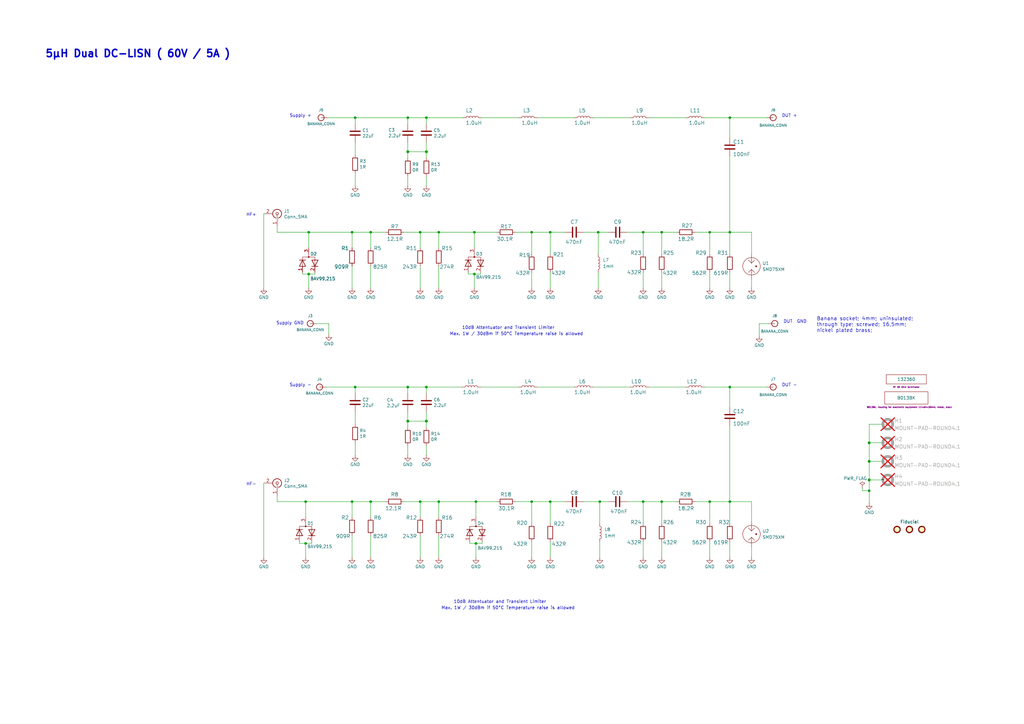
<source format=kicad_sch>
(kicad_sch (version 20231120) (generator "eeschema") (generator_version "8.0")
  (paper "A3")
  (title_block (title "Dual 5uH LISN") (date "2021-12-05") (rev "${git_tag}") (comment 1 "Credits to: Jay_Diddy_B & Noy (eevblog forum)"))
  (junction (at 174.879 62.23) (diameter 1.016))
  (junction (at 299.339 158.75))
  (junction (at 195.199 222.885))
  (junction (at 263.779 95.25))
  (junction (at 144.399 95.25))
  (junction (at 356.489 196.85) (diameter 1.016))
  (junction (at 356.489 189.23) (diameter 1.016))
  (junction (at 218.059 95.25))
  (junction (at 194.564 95.25))
  (junction (at 245.999 205.74))
  (junction (at 271.399 95.25))
  (junction (at 174.879 158.75))
  (junction (at 195.199 205.74))
  (junction (at 152.019 95.25))
  (junction (at 172.339 95.25))
  (junction (at 194.564 112.395))
  (junction (at 225.679 95.25))
  (junction (at 167.259 172.72) (diameter 1.016))
  (junction (at 167.259 62.23) (diameter 1.016))
  (junction (at 174.879 172.72) (diameter 1.016))
  (junction (at 145.669 158.75))
  (junction (at 172.339 205.74))
  (junction (at 218.059 205.74))
  (junction (at 225.679 205.74))
  (junction (at 299.339 48.26))
  (junction (at 145.669 48.26))
  (junction (at 291.084 95.25))
  (junction (at 179.959 205.74))
  (junction (at 152.019 205.74))
  (junction (at 299.339 95.25))
  (junction (at 263.779 205.74))
  (junction (at 125.349 222.885))
  (junction (at 167.259 48.26))
  (junction (at 174.879 48.26))
  (junction (at 245.364 95.25))
  (junction (at 179.959 95.25))
  (junction (at 167.259 158.75))
  (junction (at 126.619 112.395))
  (junction (at 356.489 181.61) (diameter 1.016))
  (junction (at 291.084 205.74))
  (junction (at 126.619 95.25))
  (junction (at 356.489 201.295))
  (junction (at 125.349 205.74))
  (junction (at 299.339 205.74))
  (junction (at 271.399 205.74))
  (junction (at 144.399 205.74))
  (wire (pts (xy 271.399 95.25) (xy 271.399 104.14)))
  (wire (pts (xy 194.564 95.25) (xy 203.835 95.25)))
  (wire (pts (xy 179.959 205.74) (xy 195.199 205.74)))
  (wire (pts (xy 167.259 158.75) (xy 174.879 158.75)))
  (wire (pts (xy 225.679 95.25) (xy 225.679 104.14)))
  (wire (pts (xy 174.879 168.91) (xy 174.879 172.72)))
  (wire (pts (xy 195.199 205.74) (xy 195.199 212.09)))
  (wire (pts (xy 299.339 64.135) (xy 299.339 95.25)))
  (wire (pts (xy 197.485 48.26) (xy 212.725 48.26)))
  (wire (pts (xy 172.339 109.22) (xy 172.339 118.11)))
  (wire (pts (xy 134.874 132.715) (xy 134.874 137.16)))
  (wire (pts (xy 167.259 168.91) (xy 167.259 172.72)))
  (wire (pts (xy 299.339 111.76) (xy 299.339 118.11)))
  (wire (pts (xy 266.065 158.75) (xy 281.305 158.75)))
  (wire (pts (xy 218.059 111.76) (xy 218.059 118.11)))
  (wire (pts (xy 263.779 205.74) (xy 271.399 205.74)))
  (wire (pts (xy 299.339 95.25) (xy 299.339 104.14)))
  (wire (pts (xy 197.104 112.395) (xy 194.564 112.395)))
  (wire (pts (xy 218.059 222.25) (xy 218.059 228.6)))
  (wire (pts (xy 129.159 111.76) (xy 129.159 112.395)))
  (wire (pts (xy 299.339 174.625) (xy 299.339 205.74)))
  (wire (pts (xy 174.879 158.75) (xy 189.484 158.75)))
  (wire (pts (xy 245.364 95.25) (xy 249.555 95.25)))
  (wire (pts (xy 113.665 92.71) (xy 113.665 95.25)))
  (wire (pts (xy 125.349 222.885) (xy 127.889 222.885)))
  (wire (pts (xy 353.695 201.295) (xy 356.489 201.295)))
  (wire (pts (xy 311.404 132.715) (xy 315.214 132.715)))
  (wire (pts (xy 271.399 95.25) (xy 277.495 95.25)))
  (wire (pts (xy 174.879 161.29) (xy 174.879 158.75)))
  (wire (pts (xy 127.889 222.25) (xy 127.889 222.885)))
  (wire (pts (xy 167.259 172.72) (xy 174.879 172.72)))
  (wire (pts (xy 243.205 158.75) (xy 258.445 158.75)))
  (wire (pts (xy 291.084 95.25) (xy 291.084 104.14)))
  (wire (pts (xy 145.669 161.29) (xy 145.669 158.75)))
  (wire (pts (xy 133.604 158.75) (xy 145.669 158.75)))
  (wire (pts (xy 195.199 205.74) (xy 203.835 205.74)))
  (wire (pts (xy 145.669 168.91) (xy 145.669 173.99)))
  (wire (pts (xy 225.679 222.25) (xy 225.679 228.6)))
  (wire (pts (xy 152.019 95.25) (xy 152.019 101.6)))
  (wire (pts (xy 285.115 205.74) (xy 291.084 205.74)))
  (wire (pts (xy 266.065 48.26) (xy 281.305 48.26)))
  (wire (pts (xy 165.735 95.25) (xy 172.339 95.25)))
  (wire (pts (xy 125.349 205.74) (xy 144.399 205.74)))
  (wire (pts (xy 145.669 158.75) (xy 167.259 158.75)))
  (wire (pts (xy 285.115 95.25) (xy 291.084 95.25)))
  (wire (pts (xy 291.084 222.25) (xy 291.084 228.6)))
  (wire (pts (xy 356.489 206.375) (xy 356.489 201.295)))
  (wire (pts (xy 197.104 158.75) (xy 212.725 158.75)))
  (wire (pts (xy 194.564 95.25) (xy 194.564 101.6)))
  (wire (pts (xy 134.239 48.26) (xy 145.669 48.26)))
  (wire (pts (xy 113.665 95.25) (xy 126.619 95.25)))
  (wire (pts (xy 167.259 48.26) (xy 174.879 48.26)))
  (wire (pts (xy 145.669 48.26) (xy 167.259 48.26)))
  (wire (pts (xy 145.669 71.12) (xy 145.669 76.2)))
  (wire (pts (xy 125.349 205.74) (xy 125.349 212.09)))
  (wire (pts (xy 129.159 112.395) (xy 126.619 112.395)))
  (wire (pts (xy 299.339 222.25) (xy 299.339 228.6)))
  (wire (pts (xy 108.204 198.12) (xy 108.204 228.6)))
  (wire (pts (xy 361.569 196.85) (xy 356.489 196.85)))
  (wire (pts (xy 167.259 62.23) (xy 167.259 64.77)))
  (wire (pts (xy 245.999 222.25) (xy 245.999 228.6)))
  (wire (pts (xy 167.259 50.8) (xy 167.259 48.26)))
  (wire (pts (xy 299.339 205.74) (xy 308.229 205.74)))
  (wire (pts (xy 179.959 95.25) (xy 194.564 95.25)))
  (wire (pts (xy 291.084 205.74) (xy 291.084 214.63)))
  (wire (pts (xy 192.659 222.25) (xy 192.659 222.885)))
  (wire (pts (xy 174.879 72.39) (xy 174.879 76.2)))
  (wire (pts (xy 145.669 181.61) (xy 145.669 186.69)))
  (wire (pts (xy 356.489 181.61) (xy 361.569 181.61)))
  (wire (pts (xy 122.809 222.25) (xy 122.809 222.885)))
  (wire (pts (xy 353.695 200.152) (xy 353.695 201.295)))
  (wire (pts (xy 192.659 222.885) (xy 195.199 222.885)))
  (wire (pts (xy 299.339 205.74) (xy 299.339 214.63)))
  (wire (pts (xy 167.259 182.88) (xy 167.259 186.69)))
  (wire (pts (xy 263.779 222.25) (xy 263.779 228.6)))
  (wire (pts (xy 245.999 205.74) (xy 249.555 205.74)))
  (wire (pts (xy 167.259 72.39) (xy 167.259 76.2)))
  (wire (pts (xy 144.399 205.74) (xy 144.399 212.09)))
  (wire (pts (xy 172.339 205.74) (xy 172.339 212.09)))
  (wire (pts (xy 225.679 205.74) (xy 225.679 214.63)))
  (wire (pts (xy 211.455 95.25) (xy 218.059 95.25)))
  (wire (pts (xy 145.669 50.8) (xy 145.669 48.26)))
  (wire (pts (xy 299.339 48.26) (xy 299.339 56.515)))
  (wire (pts (xy 152.019 109.22) (xy 152.019 118.11)))
  (wire (pts (xy 356.489 196.85) (xy 356.489 201.295)))
  (wire (pts (xy 134.874 132.715) (xy 129.794 132.715)))
  (wire (pts (xy 108.204 87.63) (xy 108.204 118.11)))
  (wire (pts (xy 291.084 205.74) (xy 299.339 205.74)))
  (wire (pts (xy 179.959 95.25) (xy 179.959 101.6)))
  (wire (pts (xy 194.564 112.395) (xy 194.564 118.11)))
  (wire (pts (xy 172.339 95.25) (xy 179.959 95.25)))
  (wire (pts (xy 197.739 222.25) (xy 197.739 222.885)))
  (wire (pts (xy 308.229 95.25) (xy 308.229 104.14)))
  (wire (pts (xy 288.925 48.26) (xy 299.339 48.26)))
  (wire (pts (xy 126.619 95.25) (xy 126.619 101.6)))
  (wire (pts (xy 225.679 95.25) (xy 231.775 95.25)))
  (wire (pts (xy 311.404 132.715) (xy 311.404 137.795)))
  (wire (pts (xy 124.079 111.76) (xy 124.079 112.395)))
  (wire (pts (xy 172.339 95.25) (xy 172.339 101.6)))
  (wire (pts (xy 218.059 95.25) (xy 218.059 104.14)))
  (wire (pts (xy 167.259 172.72) (xy 167.259 175.26)))
  (wire (pts (xy 167.259 58.42) (xy 167.259 62.23)))
  (wire (pts (xy 174.879 50.8) (xy 174.879 48.26)))
  (wire (pts (xy 257.175 95.25) (xy 263.779 95.25)))
  (wire (pts (xy 218.059 205.74) (xy 218.059 214.63)))
  (wire (pts (xy 192.024 112.395) (xy 194.564 112.395)))
  (wire (pts (xy 124.079 112.395) (xy 126.619 112.395)))
  (wire (pts (xy 211.455 205.74) (xy 218.059 205.74)))
  (wire (pts (xy 271.399 111.76) (xy 271.399 118.11)))
  (wire (pts (xy 356.489 173.99) (xy 361.569 173.99)))
  (wire (pts (xy 271.399 222.25) (xy 271.399 228.6)))
  (wire (pts (xy 271.399 205.74) (xy 271.399 214.63)))
  (wire (pts (xy 263.779 95.25) (xy 271.399 95.25)))
  (wire (pts (xy 220.345 48.26) (xy 235.585 48.26)))
  (wire (pts (xy 172.339 205.74) (xy 179.959 205.74)))
  (wire (pts (xy 308.229 205.74) (xy 308.229 213.995)))
  (wire (pts (xy 195.199 222.885) (xy 195.199 228.6)))
  (wire (pts (xy 356.489 189.23) (xy 356.489 181.61)))
  (wire (pts (xy 245.364 111.76) (xy 245.364 118.11)))
  (wire (pts (xy 263.779 214.63) (xy 263.779 205.74)))
  (wire (pts (xy 195.199 222.885) (xy 197.739 222.885)))
  (wire (pts (xy 245.364 95.25) (xy 245.364 104.14)))
  (wire (pts (xy 308.229 114.3) (xy 308.229 118.11)))
  (wire (pts (xy 308.229 224.155) (xy 308.229 228.6)))
  (wire (pts (xy 144.399 219.71) (xy 144.399 228.6)))
  (wire (pts (xy 144.399 95.25) (xy 144.399 101.6)))
  (wire (pts (xy 263.779 111.76) (xy 263.779 118.11)))
  (wire (pts (xy 218.059 95.25) (xy 225.679 95.25)))
  (wire (pts (xy 299.339 158.75) (xy 299.339 167.005)))
  (wire (pts (xy 113.665 205.74) (xy 125.349 205.74)))
  (wire (pts (xy 299.339 48.26) (xy 314.579 48.26)))
  (wire (pts (xy 257.175 205.74) (xy 263.779 205.74)))
  (wire (pts (xy 167.259 161.29) (xy 167.259 158.75)))
  (wire (pts (xy 174.879 182.88) (xy 174.879 186.69)))
  (wire (pts (xy 108.204 198.12) (xy 108.585 198.12)))
  (wire (pts (xy 179.959 219.71) (xy 179.959 228.6)))
  (wire (pts (xy 356.489 196.85) (xy 356.489 189.23)))
  (wire (pts (xy 179.959 109.22) (xy 179.959 118.11)))
  (wire (pts (xy 288.925 158.75) (xy 299.339 158.75)))
  (wire (pts (xy 239.395 95.25) (xy 245.364 95.25)))
  (wire (pts (xy 218.059 205.74) (xy 225.679 205.74)))
  (wire (pts (xy 245.999 205.74) (xy 245.999 214.63)))
  (wire (pts (xy 108.204 87.63) (xy 108.585 87.63)))
  (wire (pts (xy 144.399 205.74) (xy 152.019 205.74)))
  (wire (pts (xy 167.259 62.23) (xy 174.879 62.23)))
  (wire (pts (xy 152.019 95.25) (xy 158.115 95.25)))
  (wire (pts (xy 220.345 158.75) (xy 235.585 158.75)))
  (wire (pts (xy 126.619 95.25) (xy 144.399 95.25)))
  (wire (pts (xy 174.879 58.42) (xy 174.879 62.23)))
  (wire (pts (xy 243.205 48.26) (xy 258.445 48.26)))
  (wire (pts (xy 145.669 58.42) (xy 145.669 63.5)))
  (wire (pts (xy 299.339 95.25) (xy 308.229 95.25)))
  (wire (pts (xy 192.024 111.76) (xy 192.024 112.395)))
  (wire (pts (xy 174.879 62.23) (xy 174.879 64.77)))
  (wire (pts (xy 174.879 172.72) (xy 174.879 175.26)))
  (wire (pts (xy 239.395 205.74) (xy 245.999 205.74)))
  (wire (pts (xy 122.809 222.885) (xy 125.349 222.885)))
  (wire (pts (xy 125.349 222.885) (xy 125.349 228.6)))
  (wire (pts (xy 113.665 203.2) (xy 113.665 205.74)))
  (wire (pts (xy 126.619 112.395) (xy 126.619 118.11)))
  (wire (pts (xy 165.735 205.74) (xy 172.339 205.74)))
  (wire (pts (xy 144.399 95.25) (xy 152.019 95.25)))
  (wire (pts (xy 225.679 111.76) (xy 225.679 118.11)))
  (wire (pts (xy 174.879 48.26) (xy 189.865 48.26)))
  (wire (pts (xy 197.104 111.76) (xy 197.104 112.395)))
  (wire (pts (xy 179.959 205.74) (xy 179.959 212.09)))
  (wire (pts (xy 152.019 205.74) (xy 152.019 212.09)))
  (wire (pts (xy 356.489 189.23) (xy 361.569 189.23)))
  (wire (pts (xy 172.339 219.71) (xy 172.339 228.6)))
  (wire (pts (xy 291.084 95.25) (xy 299.339 95.25)))
  (wire (pts (xy 271.399 205.74) (xy 277.495 205.74)))
  (wire (pts (xy 356.489 181.61) (xy 356.489 173.99)))
  (wire (pts (xy 291.084 111.76) (xy 291.084 118.11)))
  (wire (pts (xy 144.399 109.22) (xy 144.399 118.11)))
  (wire (pts (xy 263.779 95.25) (xy 263.779 104.14)))
  (wire (pts (xy 152.019 205.74) (xy 158.115 205.74)))
  (wire (pts (xy 299.339 158.75) (xy 314.579 158.75)))
  (wire (pts (xy 152.019 219.71) (xy 152.019 228.6)))
  (wire (pts (xy 225.679 205.74) (xy 231.775 205.74)))
  (text "10dB Attentuator and Transient Limiter " (at 186.055 247.65 0) (effects (font (size 1.27 1.27)) (justify left bottom)))
  (text "Supply -" (at 118.745 158.75 0) (effects (font (size 1.27 1.27)) (justify left bottom)))
  (text "10dB Attentuator and Transient Limiter " (at 189.484 135.255 0) (effects (font (size 1.27 1.27)) (justify left bottom)))
  (text "Max. 1W / 30dBm if 50°C Temperature raise is allowed" (at 184.404 137.795 0) (effects (font (size 1.27 1.27)) (justify left bottom)))
  (text "Max. 1W / 30dBm if 50°C Temperature raise is allowed" (at 180.975 250.19 0) (effects (font (size 1.27 1.27)) (justify left bottom)))
  (text "5µH Dual DC-LISN ( 60V / 5A )" (at 18.415 23.876 0) (effects (font (size 2.9972 2.9972) (thickness 0.5994) (bold yes)) (justify left bottom)))
  (text "DUT +" (at 320.675 48.26 0) (effects (font (size 1.27 1.27)) (justify left bottom)))
  (text "Supply +" (at 118.745 48.26 0) (effects (font (size 1.27 1.27)) (justify left bottom)))
  (text "DUT  GND" (at 321.31 132.715 0) (effects (font (size 1.27 1.27)) (justify left bottom)))
  (text "Banana socket; 4mm; uninsulated;\nthrough type; screwed; 16,5mm;\nnickel plated brass;" (at 334.899 136.525 0) (effects (font (size 1.4986 1.4986)) (justify left bottom)))
  (text "Supply GND" (at 113.284 133.35 0) (effects (font (size 1.27 1.27)) (justify left bottom)))
  (text "HF-" (at 100.965 199.39 0) (effects (font (size 1.27 1.27)) (justify left bottom)))
  (text "HF+" (at 100.965 88.9 0) (effects (font (size 1.27 1.27)) (justify left bottom)))
  (text "DUT -" (at 320.675 158.75 0) (effects (font (size 1.27 1.27)) (justify left bottom)))
  (label "GND" (at 361.569 196.85 0) (effects (font (size 0.254 0.254))))
  (symbol (lib_id "Device:L") (at 193.675 48.26 90) (unit 1)
    (property "Reference" "L2" (at 193.929 44.45 90) (effects (font (size 1.4986 1.4986)) (justify left bottom)))
    (property "Value" "1.0uH" (at 197.739 49.53 90) (effects (font (size 1.4986 1.4986)) (justify left bottom)))
    (property "Footprint" "5uH_LISN:SMS1040" (effects (hide yes)))
    (property "Datasheet" "https://www.lcsc.com/datasheet/lcsc_datasheet_2208261700_LanTu-Micro-SMS1040-1R0MT_C5127478.pdf" (effects (hide yes)))
    (property "Description" "Inductor" (effects (hide yes)))
    (property "Part number" "SMS1040-1R0MT" (effects (hide yes)))
  )
  (symbol (lib_id "Device:L") (at 216.535 48.26 90) (unit 1)
    (property "Reference" "L3" (at 217.424 44.45 90) (effects (font (size 1.4986 1.4986)) (justify left bottom)))
    (property "Value" "1.0uH" (at 220.599 49.53 90) (effects (font (size 1.4986 1.4986)) (justify left bottom)))
    (property "Footprint" "5uH_LISN:SMS1040" (effects (hide yes)))
    (property "Datasheet" "https://www.lcsc.com/datasheet/lcsc_datasheet_2208261700_LanTu-Micro-SMS1040-1R0MT_C5127478.pdf" (effects (hide yes)))
    (property "Description" "Inductor" (effects (hide yes)))
    (property "Part number" "SMS1040-1R0MT" (effects (hide yes)))
  )
  (symbol (lib_id "Device:L") (at 239.395 48.26 90) (unit 1)
    (property "Reference" "L5" (at 240.284 44.45 90) (effects (font (size 1.4986 1.4986)) (justify left bottom)))
    (property "Value" "1.0uH" (at 242.189 49.53 90) (effects (font (size 1.4986 1.4986)) (justify left bottom)))
    (property "Footprint" "5uH_LISN:SMS1040" (effects (hide yes)))
    (property "Datasheet" "https://www.lcsc.com/datasheet/lcsc_datasheet_2208261700_LanTu-Micro-SMS1040-1R0MT_C5127478.pdf" (effects (hide yes)))
    (property "Description" "Inductor" (effects (hide yes)))
    (property "Part number" "SMS1040-1R0MT" (effects (hide yes)))
  )
  (symbol (lib_id "Device:L") (at 262.255 48.26 90) (unit 1)
    (property "Reference" "L9" (at 263.779 44.45 90) (effects (font (size 1.4986 1.4986)) (justify left bottom)))
    (property "Value" "1.0uH" (at 265.684 49.53 90) (effects (font (size 1.4986 1.4986)) (justify left bottom)))
    (property "Footprint" "5uH_LISN:SMS1040" (effects (hide yes)))
    (property "Datasheet" "https://www.lcsc.com/datasheet/lcsc_datasheet_2208261700_LanTu-Micro-SMS1040-1R0MT_C5127478.pdf" (effects (hide yes)))
    (property "Description" "Inductor" (effects (hide yes)))
    (property "Part number" "SMS1040-1R0MT" (effects (hide yes)))
  )
  (symbol (lib_id "Device:L") (at 285.115 48.26 90) (unit 1)
    (property "Reference" "L11" (at 287.274 44.45 90) (effects (font (size 1.4986 1.4986)) (justify left bottom)))
    (property "Value" "1.0uH" (at 289.179 49.53 90) (effects (font (size 1.4986 1.4986)) (justify left bottom)))
    (property "Footprint" "5uH_LISN:SMS1040" (effects (hide yes)))
    (property "Datasheet" "https://www.lcsc.com/datasheet/lcsc_datasheet_2208261700_LanTu-Micro-SMS1040-1R0MT_C5127478.pdf" (effects (hide yes)))
    (property "Description" "Inductor" (effects (hide yes)))
    (property "Part number" "SMS1040-1R0MT" (effects (hide yes)))
  )
  (symbol (lib_id "Device:R") (at 144.399 105.41 180) (unit 1)
    (property "Reference" "R1" (at 143.129 100.965 0) (effects (font (size 1.4986 1.4986)) (justify left bottom)))
    (property "Value" "909R" (at 143.129 108.585 0) (effects (font (size 1.4986 1.4986)) (justify left bottom)))
    (property "Footprint" "Resistor_SMD:R_0805_2012Metric" (effects (hide yes)))
    (property "Description" "Resistor" (effects (hide yes)))
    (property "Part number" "PTFR0805B909RP9" (effects (hide yes)))
  )
  (symbol (lib_id "Device:R") (at 152.019 105.41 180) (unit 1)
    (property "Reference" "R5" (at 156.464 100.965 0) (effects (font (size 1.4986 1.4986)) (justify left bottom)))
    (property "Value" "825R" (at 159.004 108.585 0) (effects (font (size 1.4986 1.4986)) (justify left bottom)))
    (property "Footprint" "Resistor_SMD:R_0805_2012Metric" (effects (hide yes)))
    (property "Description" "Resistor" (effects (hide yes)))
    (property "Part number" "RT0805BRD07825RL" (effects (hide yes)))
  )
  (symbol (lib_id "Device:R") (at 161.925 95.25 90) (unit 1)
    (property "Reference" "R7" (at 163.449 92.075 90) (effects (font (size 1.4986 1.4986)) (justify left bottom)))
    (property "Value" "12.1R" (at 165.354 97.155 90) (effects (font (size 1.4986 1.4986)) (justify left bottom)))
    (property "Footprint" "Resistor_SMD:R_1206_3216Metric" (effects (hide yes)))
    (property "Description" "Resistor" (effects (hide yes)))
    (property "Part number" "RT1206BRD0712R1L" (effects (hide yes)))
  )
  (symbol (lib_id "Device:R") (at 172.339 105.41 180) (unit 1)
    (property "Reference" "R11" (at 171.069 100.965 0) (effects (font (size 1.4986 1.4986)) (justify left bottom)))
    (property "Value" "243R" (at 171.069 108.585 0) (effects (font (size 1.4986 1.4986)) (justify left bottom)))
    (property "Footprint" "Resistor_SMD:R_0805_2012Metric" (effects (hide yes)))
    (property "Description" "Resistor" (effects (hide yes)))
    (property "Part number" "RT0805BRD07243RL" (effects (hide yes)))
  )
  (symbol (lib_id "Device:R") (at 179.959 105.41 180) (unit 1)
    (property "Reference" "R15" (at 185.674 100.965 0) (effects (font (size 1.4986 1.4986)) (justify left bottom)))
    (property "Value" "274R" (at 186.309 108.585 0) (effects (font (size 1.4986 1.4986)) (justify left bottom)))
    (property "Footprint" "Resistor_SMD:R_0805_2012Metric" (effects (hide yes)))
    (property "Description" "Resistor" (effects (hide yes)))
    (property "Part number" "RT0805BRD07274RL" (effects (hide yes)))
  )
  (symbol (lib_id "Device:R") (at 207.645 95.25 90) (unit 1)
    (property "Reference" "R17" (at 209.804 92.075 90) (effects (font (size 1.4986 1.4986)) (justify left bottom)))
    (property "Value" "30.1R" (at 210.439 97.155 90) (effects (font (size 1.4986 1.4986)) (justify left bottom)))
    (property "Footprint" "Resistor_SMD:R_1206_3216Metric" (effects (hide yes)))
    (property "Description" "Resistor" (effects (hide yes)))
    (property "Part number" "AR06DTDV30R1" (effects (hide yes)))
  )
  (symbol (lib_id "Device:R") (at 218.059 107.95 180) (unit 1)
    (property "Reference" "R19" (at 217.424 103.7844 0) (effects (font (size 1.4986 1.4986)) (justify left bottom)))
    (property "Value" "432R" (at 217.424 111.125 0) (effects (font (size 1.4986 1.4986)) (justify left bottom)))
    (property "Footprint" "Resistor_SMD:R_0805_2012Metric" (effects (hide yes)))
    (property "Description" "Resistor" (effects (hide yes)))
    (property "Part number" "RT0805BRD07432RL" (effects (hide yes)))
  )
  (symbol (lib_id "Device:C") (at 235.585 95.25 90) (unit 1)
    (property "Reference" "C7" (at 237.109 90.17 90) (effects (font (size 1.4986 1.4986)) (justify left bottom)))
    (property "Value" "470nF" (at 239.014 98.425 90) (effects (font (size 1.4986 1.4986)) (justify left bottom)))
    (property "Footprint" "Capacitor_SMD:C_0805_2012Metric" (effects (hide yes)))
    (property "Description" "Unpolarized capacitor" (effects (hide yes)))
    (property "Part number" "CC0805KKX7R0BB474" (effects (hide yes)))
  )
  (symbol (lib_id "Device:C") (at 253.365 95.25 90) (unit 1)
    (property "Reference" "C9" (at 254.889 90.17 90) (effects (font (size 1.4986 1.4986)) (justify left bottom)))
    (property "Value" "470nF" (at 256.794 98.425 90) (effects (font (size 1.4986 1.4986)) (justify left bottom)))
    (property "Footprint" "Capacitor_SMD:C_0805_2012Metric" (effects (hide yes)))
    (property "Description" "Unpolarized capacitor" (effects (hide yes)))
    (property "Part number" "CC0805KKX7R0BB474" (effects (hide yes)))
  )
  (symbol (lib_id "Device:R") (at 263.779 107.95 180) (unit 1)
    (property "Reference" "R23" (at 263.144 102.87 0) (effects (font (size 1.4986 1.4986)) (justify left bottom)))
    (property "Value" "432R" (at 263.144 110.8456 0) (effects (font (size 1.4986 1.4986)) (justify left bottom)))
    (property "Footprint" "Resistor_SMD:R_0805_2012Metric" (effects (hide yes)))
    (property "Description" "Resistor" (effects (hide yes)))
    (property "Part number" "RT0805BRD07432RL" (effects (hide yes)))
  )
  (symbol (lib_id "Device:R") (at 271.399 107.95 180) (unit 1)
    (property "Reference" "R25" (at 276.479 102.87 0) (effects (font (size 1.4986 1.4986)) (justify left bottom)))
    (property "Value" "432R" (at 277.749 111.125 0) (effects (font (size 1.4986 1.4986)) (justify left bottom)))
    (property "Footprint" "Resistor_SMD:R_0805_2012Metric" (effects (hide yes)))
    (property "Description" "Resistor" (effects (hide yes)))
    (property "Part number" "RT0805BRD07432RL" (effects (hide yes)))
  )
  (symbol (lib_id "Device:R") (at 281.305 95.25 90) (unit 1)
    (property "Reference" "R27" (at 284.099 91.7194 90) (effects (font (size 1.4986 1.4986)) (justify left bottom)))
    (property "Value" "18.2R" (at 284.734 97.155 90) (effects (font (size 1.4986 1.4986)) (justify left bottom)))
    (property "Footprint" "Resistor_SMD:R_1206_3216Metric" (effects (hide yes)))
    (property "Description" "Resistor" (effects (hide yes)))
    (property "Part number" "RT1206BRD0718R2L" (effects (hide yes)))
  )
  (symbol (lib_id "Device:R") (at 291.084 107.95 180) (unit 1)
    (property "Reference" "R29" (at 289.814 102.87 0) (effects (font (size 1.4986 1.4986)) (justify left bottom)))
    (property "Value" "562R" (at 289.814 111.125 0) (effects (font (size 1.4986 1.4986)) (justify left bottom)))
    (property "Footprint" "Resistor_SMD:R_0805_2012Metric" (effects (hide yes)))
    (property "Description" "Resistor" (effects (hide yes)))
    (property "Part number" "RT0805BRD07562RL" (effects (hide yes)))
  )
  (symbol (lib_id "Device:R") (at 299.339 107.95 180) (unit 1)
    (property "Reference" "R31" (at 298.704 102.87 0) (effects (font (size 1.4986 1.4986)) (justify left bottom)))
    (property "Value" "619R" (at 298.704 111.125 0) (effects (font (size 1.4986 1.4986)) (justify left bottom)))
    (property "Footprint" "Resistor_SMD:R_0805_2012Metric" (effects (hide yes)))
    (property "Description" "Resistor" (effects (hide yes)))
    (property "Part number" "RT0805BRE07619RL" (effects (hide yes)))
  )
  (symbol (lib_id "Device:R") (at 225.679 107.95 180) (unit 1)
    (property "Reference" "R21" (at 231.394 103.505 0) (effects (font (size 1.4986 1.4986)) (justify left bottom)))
    (property "Value" "432R" (at 232.029 111.125 0) (effects (font (size 1.4986 1.4986)) (justify left bottom)))
    (property "Footprint" "Resistor_SMD:R_0805_2012Metric" (effects (hide yes)))
    (property "Description" "Resistor" (effects (hide yes)))
    (property "Part number" "RT0805BRD07432RL" (effects (hide yes)))
  )
  (symbol (lib_id "Device:C") (at 299.339 60.325 0) (unit 1)
    (property "Reference" "C11" (at 300.609 59.055 0) (effects (font (size 1.4986 1.4986)) (justify left bottom)))
    (property "Value" "100nF" (at 300.609 64.135 0) (effects (font (size 1.4986 1.4986)) (justify left bottom)))
    (property "Footprint" "Capacitor_SMD:C_1206_3216Metric" (effects (hide yes)))
    (property "Description" "Unpolarized capacitor" (effects (hide yes)))
    (property "Part number" "CC1206KKX7RYBB104" (effects (hide yes)))
  )
  (symbol (lib_id "Device:C") (at 167.259 54.61 0) (unit 1)
    (property "Reference" "C3" (at 159.258 53.34 0) (effects (justify left)))
    (property "Value" "2.2uF" (at 159.258 55.6514 0) (effects (justify left)))
    (property "Footprint" "Capacitor_SMD:C_1210_3225Metric" (effects (hide yes)))
    (property "Description" "Unpolarized capacitor" (effects (hide yes)))
    (property "Part number" "CC1210KKX7R0BB225" (effects (hide yes)))
  )
  (symbol (lib_id "Device:C") (at 174.879 54.61 0) (unit 1)
    (property "Reference" "C5" (at 177.8 53.4416 0) (effects (justify left)))
    (property "Value" "2.2uF" (at 177.8 55.753 0) (effects (justify left)))
    (property "Footprint" "Capacitor_SMD:C_1210_3225Metric" (effects (hide yes)))
    (property "Description" "Unpolarized capacitor" (effects (hide yes)))
    (property "Part number" "CC1210KKX7R0BB225" (effects (hide yes)))
  )
  (symbol (lib_id "Device:R") (at 167.259 68.58 0) (unit 1)
    (property "Reference" "R9" (at 169.037 67.4116 0) (effects (justify left)))
    (property "Value" "0R" (at 169.037 69.723 0) (effects (justify left)))
    (property "Footprint" "Resistor_SMD:R_1206_3216Metric" (effects (hide yes)))
    (property "Description" "Resistor" (effects (hide yes)))
    (property "Part number" "RC1206JR-7W0RL" (effects (hide yes)))
  )
  (symbol (lib_id "Device:R") (at 174.879 68.58 0) (unit 1)
    (property "Reference" "R13" (at 176.657 67.4116 0) (effects (justify left)))
    (property "Value" "0R" (at 176.657 69.723 0) (effects (justify left)))
    (property "Footprint" "Resistor_SMD:R_1206_3216Metric" (effects (hide yes)))
    (property "Description" "Resistor" (effects (hide yes)))
    (property "Part number" "RC1206JR-7W0RL" (effects (hide yes)))
  )
  (symbol (lib_id "Device:C") (at 145.669 54.61 0) (unit 1)
    (property "Reference" "C1" (at 148.59 53.4416 0) (effects (justify left)))
    (property "Value" "22uF" (at 148.59 55.753 0) (effects (justify left)))
    (property "Footprint" "Capacitor_SMD:C_2220_5650Metric" (effects (hide yes)))
    (property "Description" "Unpolarized capacitor" (effects (hide yes)))
    (property "Part number" "KRM55WR72A226MH01L" (effects (hide yes)))
  )
  (symbol (lib_id "Device:R") (at 145.669 67.31 0) (unit 1)
    (property "Reference" "R3" (at 147.447 66.1416 0) (effects (justify left)))
    (property "Value" "1R" (at 147.447 68.453 0) (effects (justify left)))
    (property "Footprint" "Resistor_SMD:R_1218_3246Metric" (effects (hide yes)))
    (property "Description" "Resistor" (effects (hide yes)))
    (property "Part number" "RC1218FK-071RL" (effects (hide yes)))
  )
  (symbol (lib_id "Device:L") (at 193.294 158.75 90) (unit 1)
    (property "Reference" "L1" (at 194.564 155.575 90) (effects (font (size 1.4986 1.4986)) (justify left bottom)))
    (property "Value" "1.0uH" (at 196.469 160.02 90) (effects (font (size 1.4986 1.4986)) (justify left bottom)))
    (property "Footprint" "5uH_LISN:SMS1040" (effects (hide yes)))
    (property "Datasheet" "https://www.lcsc.com/datasheet/lcsc_datasheet_2208261700_LanTu-Micro-SMS1040-1R0MT_C5127478.pdf" (effects (hide yes)))
    (property "Description" "Inductor" (effects (hide yes)))
    (property "Part number" "SMS1040-1R0MT" (effects (hide yes)))
  )
  (symbol (lib_id "Device:L") (at 216.535 158.75 90) (unit 1)
    (property "Reference" "L4" (at 218.059 155.575 90) (effects (font (size 1.4986 1.4986)) (justify left bottom)))
    (property "Value" "1.0uH" (at 219.964 160.02 90) (effects (font (size 1.4986 1.4986)) (justify left bottom)))
    (property "Footprint" "5uH_LISN:SMS1040" (effects (hide yes)))
    (property "Datasheet" "https://www.lcsc.com/datasheet/lcsc_datasheet_2208261700_LanTu-Micro-SMS1040-1R0MT_C5127478.pdf" (effects (hide yes)))
    (property "Description" "Inductor" (effects (hide yes)))
    (property "Part number" "SMS1040-1R0MT" (effects (hide yes)))
  )
  (symbol (lib_id "Device:L") (at 239.395 158.75 90) (unit 1)
    (property "Reference" "L6" (at 240.284 155.575 90) (effects (font (size 1.4986 1.4986)) (justify left bottom)))
    (property "Value" "1.0uH" (at 242.189 160.02 90) (effects (font (size 1.4986 1.4986)) (justify left bottom)))
    (property "Footprint" "5uH_LISN:SMS1040" (effects (hide yes)))
    (property "Datasheet" "https://www.lcsc.com/datasheet/lcsc_datasheet_2208261700_LanTu-Micro-SMS1040-1R0MT_C5127478.pdf" (effects (hide yes)))
    (property "Description" "Inductor" (effects (hide yes)))
    (property "Part number" "SMS1040-1R0MT" (effects (hide yes)))
  )
  (symbol (lib_id "Device:L") (at 262.255 158.75 90) (unit 1)
    (property "Reference" "L10" (at 263.144 155.575 90) (effects (font (size 1.4986 1.4986)) (justify left bottom)))
    (property "Value" "1.0uH" (at 265.049 160.02 90) (effects (font (size 1.4986 1.4986)) (justify left bottom)))
    (property "Footprint" "5uH_LISN:SMS1040" (effects (hide yes)))
    (property "Datasheet" "https://www.lcsc.com/datasheet/lcsc_datasheet_2208261700_LanTu-Micro-SMS1040-1R0MT_C5127478.pdf" (effects (hide yes)))
    (property "Description" "Inductor" (effects (hide yes)))
    (property "Part number" "SMS1040-1R0MT" (effects (hide yes)))
  )
  (symbol (lib_id "Device:L") (at 285.115 158.75 90) (unit 1)
    (property "Reference" "L12" (at 286.004 155.575 90) (effects (font (size 1.4986 1.4986)) (justify left bottom)))
    (property "Value" "1.0uH" (at 287.909 160.02 90) (effects (font (size 1.4986 1.4986)) (justify left bottom)))
    (property "Footprint" "5uH_LISN:SMS1040" (effects (hide yes)))
    (property "Datasheet" "https://www.lcsc.com/datasheet/lcsc_datasheet_2208261700_LanTu-Micro-SMS1040-1R0MT_C5127478.pdf" (effects (hide yes)))
    (property "Description" "Inductor" (effects (hide yes)))
    (property "Part number" "SMS1040-1R0MT" (effects (hide yes)))
  )
  (symbol (lib_id "Device:R") (at 144.399 215.9 180) (unit 1)
    (property "Reference" "R2" (at 143.129 211.455 0) (effects (font (size 1.4986 1.4986)) (justify left bottom)))
    (property "Value" "909R" (at 143.764 219.075 0) (effects (font (size 1.4986 1.4986)) (justify left bottom)))
    (property "Footprint" "Resistor_SMD:R_0805_2012Metric" (effects (hide yes)))
    (property "Description" "Resistor" (effects (hide yes)))
    (property "Part number" "PTFR0805B909RP9" (effects (hide yes)))
  )
  (symbol (lib_id "Device:R") (at 152.019 215.9 180) (unit 1)
    (property "Reference" "R6" (at 156.464 211.455 0) (effects (font (size 1.4986 1.4986)) (justify left bottom)))
    (property "Value" "825R" (at 159.004 219.075 0) (effects (font (size 1.4986 1.4986)) (justify left bottom)))
    (property "Footprint" "Resistor_SMD:R_0805_2012Metric" (effects (hide yes)))
    (property "Description" "Resistor" (effects (hide yes)))
    (property "Part number" "RT0805BRD07825RL" (effects (hide yes)))
  )
  (symbol (lib_id "Device:R") (at 161.925 205.74 90) (unit 1)
    (property "Reference" "R8" (at 163.449 201.93 90) (effects (font (size 1.4986 1.4986)) (justify left bottom)))
    (property "Value" "12.1R" (at 164.719 207.645 90) (effects (font (size 1.4986 1.4986)) (justify left bottom)))
    (property "Footprint" "Resistor_SMD:R_1206_3216Metric" (effects (hide yes)))
    (property "Description" "Resistor" (effects (hide yes)))
    (property "Part number" "RT1206BRD0712R1L" (effects (hide yes)))
  )
  (symbol (lib_id "Device:R") (at 172.339 215.9 180) (unit 1)
    (property "Reference" "R12" (at 171.069 211.455 0) (effects (font (size 1.4986 1.4986)) (justify left bottom)))
    (property "Value" "243R" (at 171.069 219.075 0) (effects (font (size 1.4986 1.4986)) (justify left bottom)))
    (property "Footprint" "Resistor_SMD:R_0805_2012Metric" (effects (hide yes)))
    (property "Description" "Resistor" (effects (hide yes)))
    (property "Part number" "RT0805BRD07243RL" (effects (hide yes)))
  )
  (symbol (lib_id "Device:R") (at 179.959 215.9 180) (unit 1)
    (property "Reference" "R16" (at 185.674 211.455 0) (effects (font (size 1.4986 1.4986)) (justify left bottom)))
    (property "Value" "274R" (at 186.309 219.075 0) (effects (font (size 1.4986 1.4986)) (justify left bottom)))
    (property "Footprint" "Resistor_SMD:R_0805_2012Metric" (effects (hide yes)))
    (property "Description" "Resistor" (effects (hide yes)))
    (property "Part number" "RT0805BRD07274RL" (effects (hide yes)))
  )
  (symbol (lib_id "Device:R") (at 207.645 205.74 90) (unit 1)
    (property "Reference" "R18" (at 209.804 201.93 90) (effects (font (size 1.4986 1.4986)) (justify left bottom)))
    (property "Value" "30.1R" (at 211.074 207.645 90) (effects (font (size 1.4986 1.4986)) (justify left bottom)))
    (property "Footprint" "Resistor_SMD:R_1206_3216Metric" (effects (hide yes)))
    (property "Description" "Resistor" (effects (hide yes)))
    (property "Part number" "AR06DTDV30R1" (effects (hide yes)))
  )
  (symbol (lib_id "Device:R") (at 218.059 218.44 180) (unit 1)
    (property "Reference" "R20" (at 216.408 213.6394 0) (effects (font (size 1.4986 1.4986)) (justify left bottom)))
    (property "Value" "432R" (at 216.408 222.25 0) (effects (font (size 1.4986 1.4986)) (justify left bottom)))
    (property "Footprint" "Resistor_SMD:R_0805_2012Metric" (effects (hide yes)))
    (property "Description" "Resistor" (effects (hide yes)))
    (property "Part number" "RT0805BRD07432RL" (effects (hide yes)))
  )
  (symbol (lib_id "Device:C") (at 235.585 205.74 90) (unit 1)
    (property "Reference" "C8" (at 237.109 201.295 90) (effects (font (size 1.4986 1.4986)) (justify left bottom)))
    (property "Value" "470nF" (at 239.014 208.915 90) (effects (font (size 1.4986 1.4986)) (justify left bottom)))
    (property "Footprint" "Capacitor_SMD:C_0805_2012Metric" (effects (hide yes)))
    (property "Description" "Unpolarized capacitor" (effects (hide yes)))
    (property "Part number" "CC0805KKX7R0BB474" (effects (hide yes)))
  )
  (symbol (lib_id "Device:C") (at 253.365 205.74 90) (unit 1)
    (property "Reference" "C10" (at 255.524 201.295 90) (effects (font (size 1.4986 1.4986)) (justify left bottom)))
    (property "Value" "470nF" (at 257.429 208.915 90) (effects (font (size 1.4986 1.4986)) (justify left bottom)))
    (property "Footprint" "Capacitor_SMD:C_0805_2012Metric" (effects (hide yes)))
    (property "Description" "Unpolarized capacitor" (effects (hide yes)))
    (property "Part number" "CC0805KKX7R0BB474" (effects (hide yes)))
  )
  (symbol (lib_id "Device:R") (at 263.779 218.44 180) (unit 1)
    (property "Reference" "R24" (at 263.144 213.36 0) (effects (font (size 1.4986 1.4986)) (justify left bottom)))
    (property "Value" "432R" (at 263.144 221.615 0) (effects (font (size 1.4986 1.4986)) (justify left bottom)))
    (property "Footprint" "Resistor_SMD:R_0805_2012Metric" (effects (hide yes)))
    (property "Description" "Resistor" (effects (hide yes)))
    (property "Part number" "RT0805BRD07432RL" (effects (hide yes)))
  )
  (symbol (lib_id "Device:R") (at 271.399 218.44 180) (unit 1)
    (property "Reference" "R26" (at 276.479 213.36 0) (effects (font (size 1.4986 1.4986)) (justify left bottom)))
    (property "Value" "432R" (at 277.749 221.615 0) (effects (font (size 1.4986 1.4986)) (justify left bottom)))
    (property "Footprint" "Resistor_SMD:R_0805_2012Metric" (effects (hide yes)))
    (property "Description" "Resistor" (effects (hide yes)))
    (property "Part number" "RT0805BRD07432RL" (effects (hide yes)))
  )
  (symbol (lib_id "Device:R") (at 281.305 205.74 90) (unit 1)
    (property "Reference" "R28" (at 283.464 201.93 90) (effects (font (size 1.4986 1.4986)) (justify left bottom)))
    (property "Value" "18.2R" (at 284.734 207.645 90) (effects (font (size 1.4986 1.4986)) (justify left bottom)))
    (property "Footprint" "Resistor_SMD:R_1206_3216Metric" (effects (hide yes)))
    (property "Description" "Resistor" (effects (hide yes)))
    (property "Part number" "RT1206BRD0718R2L" (effects (hide yes)))
  )
  (symbol (lib_id "Device:R") (at 291.084 218.44 180) (unit 1)
    (property "Reference" "R30" (at 289.814 213.36 0) (effects (font (size 1.4986 1.4986)) (justify left bottom)))
    (property "Value" "562R" (at 289.814 221.615 0) (effects (font (size 1.4986 1.4986)) (justify left bottom)))
    (property "Footprint" "Resistor_SMD:R_0805_2012Metric" (effects (hide yes)))
    (property "Description" "Resistor" (effects (hide yes)))
    (property "Part number" "RT0805BRD07562RL" (effects (hide yes)))
  )
  (symbol (lib_id "Device:R") (at 299.339 218.44 180) (unit 1)
    (property "Reference" "R32" (at 299.339 213.36 0) (effects (font (size 1.4986 1.4986)) (justify left bottom)))
    (property "Value" "619R" (at 298.704 221.615 0) (effects (font (size 1.4986 1.4986)) (justify left bottom)))
    (property "Footprint" "Resistor_SMD:R_0805_2012Metric" (effects (hide yes)))
    (property "Description" "Resistor" (effects (hide yes)))
    (property "Part number" "RT0805BRE07619RL" (effects (hide yes)))
  )
  (symbol (lib_id "Device:R") (at 225.679 218.44 180) (unit 1)
    (property "Reference" "R22" (at 231.648 213.995 0) (effects (font (size 1.4986 1.4986)) (justify left bottom)))
    (property "Value" "432R" (at 232.283 222.25 0) (effects (font (size 1.4986 1.4986)) (justify left bottom)))
    (property "Footprint" "Resistor_SMD:R_0805_2012Metric" (effects (hide yes)))
    (property "Description" "Resistor" (effects (hide yes)))
    (property "Part number" "RT0805BRD07432RL" (effects (hide yes)))
  )
  (symbol (lib_id "Device:C") (at 299.339 170.815 0) (unit 1)
    (property "Reference" "C12" (at 300.609 169.545 0) (effects (font (size 1.4986 1.4986)) (justify left bottom)))
    (property "Value" "100nF" (at 300.609 174.625 0) (effects (font (size 1.4986 1.4986)) (justify left bottom)))
    (property "Footprint" "Capacitor_SMD:C_1206_3216Metric" (effects (hide yes)))
    (property "Description" "Unpolarized capacitor" (effects (hide yes)))
    (property "Part number" "CC1206KKX7RYBB104" (effects (hide yes)))
  )
  (symbol (lib_id "Device:R") (at 167.259 179.07 0) (unit 1)
    (property "Reference" "R10" (at 169.037 177.9016 0) (effects (justify left)))
    (property "Value" "0R" (at 169.037 180.213 0) (effects (justify left)))
    (property "Footprint" "Resistor_SMD:R_1206_3216Metric" (effects (hide yes)))
    (property "Description" "Resistor" (effects (hide yes)))
    (property "Part number" "RC1206JR-7W0RL" (effects (hide yes)))
  )
  (symbol (lib_id "Device:R") (at 174.879 179.07 0) (unit 1)
    (property "Reference" "R14" (at 176.657 177.9016 0) (effects (justify left)))
    (property "Value" "0R" (at 176.657 180.213 0) (effects (justify left)))
    (property "Footprint" "Resistor_SMD:R_1206_3216Metric" (effects (hide yes)))
    (property "Description" "Resistor" (effects (hide yes)))
    (property "Part number" "RC1206JR-7W0RL" (effects (hide yes)))
  )
  (symbol (lib_id "Device:R") (at 145.669 177.8 0) (unit 1)
    (property "Reference" "R4" (at 147.447 176.6316 0) (effects (justify left)))
    (property "Value" "1R" (at 147.447 178.943 0) (effects (justify left)))
    (property "Footprint" "Resistor_SMD:R_1218_3246Metric" (effects (hide yes)))
    (property "Description" "Resistor" (effects (hide yes)))
    (property "Part number" "RC1218FK-071RL" (effects (hide yes)))
  )
  (symbol (lib_id "Device:C") (at 145.669 165.1 0) (unit 1)
    (property "Reference" "C2" (at 148.59 163.9316 0) (effects (justify left)))
    (property "Value" "22uF" (at 148.59 166.243 0) (effects (justify left)))
    (property "Footprint" "Capacitor_SMD:C_2220_5650Metric" (effects (hide yes)))
    (property "Description" "Unpolarized capacitor" (effects (hide yes)))
    (property "Part number" "KRM55WR72A226MH01L" (effects (hide yes)))
  )
  (symbol (lib_id "Device:C") (at 174.879 165.1 0) (unit 1)
    (property "Reference" "C6" (at 177.8 163.9316 0) (effects (justify left)))
    (property "Value" "2.2uF" (at 177.8 166.243 0) (effects (justify left)))
    (property "Footprint" "Capacitor_SMD:C_1210_3225Metric" (effects (hide yes)))
    (property "Description" "Unpolarized capacitor" (effects (hide yes)))
    (property "Part number" "CC1210KKX7R0BB225" (effects (hide yes)))
  )
  (symbol (lib_id "Device:C") (at 167.259 165.1 0) (unit 1)
    (property "Reference" "C4" (at 158.623 164.0586 0) (effects (justify left)))
    (property "Value" "2.2uF" (at 158.623 166.37 0) (effects (justify left)))
    (property "Footprint" "Capacitor_SMD:C_1210_3225Metric" (effects (hide yes)))
    (property "Description" "Unpolarized capacitor" (effects (hide yes)))
    (property "Part number" "CC1210KKX7R0BB225" (effects (hide yes)))
  )
  (symbol (lib_id "Connector:Conn_Coaxial") (at 113.665 198.12 270) (mirror x) (unit 1)
    (property "Reference" "J2" (at 116.459 197.0786 90) (effects (justify left)))
    (property "Value" "Conn_SMA" (at 116.459 199.39 90) (effects (justify left)))
    (property "Footprint" "Connector_Coaxial:SMB_Jack_Vertical" (effects (hide yes)))
    (property "Datasheet" "https://static.chipdip.ru/lib/325/DOC004325064.pdf" (effects (hide yes)))
    (property "Description" "SMA PCB THT JACK STRAIGHT WR-SMA" (effects (hide yes)))
    (property "Part number" "KLS1-SMA001" (effects (hide yes)))
  )
  (symbol (lib_name "Conn_Coaxial_1") (lib_id "Connector:Conn_Coaxial") (at 113.665 87.63 270) (mirror x) (unit 1)
    (property "Reference" "J1" (at 116.459 86.5886 90) (effects (justify left)))
    (property "Value" "Conn_SMA" (at 116.459 88.9 90) (effects (justify left)))
    (property "Footprint" "Connector_Coaxial:SMB_Jack_Vertical" (effects (hide yes)))
    (property "Datasheet" "https://static.chipdip.ru/lib/325/DOC004325064.pdf" (effects (hide yes)))
    (property "Description" "SMA PCB THT JACK STRAIGHT WR-SMA" (effects (hide yes)))
    (property "Part number" "KLS1-SMA001" (effects (hide yes)))
  )
  (symbol (lib_id "5uH_LISN-eagle-import:DINA3_L") (at 16.129 234.95 0) (unit 1)
    (property "Reference" "#FRAME1" (effects (hide yes)))
    (property "Value" "DINA3_L" (effects (hide yes)))
  )
  (symbol (lib_id "5uH_LISN-eagle-import:MOUNT-PAD-ROUND4.1") (at 364.109 196.85 0) (unit 1) (in_bom no) (dnp yes)
    (property "Reference" "H4" (at 366.903 196.2658 0) (effects (font (size 1.4986 1.4986)) (justify left bottom)))
    (property "Value" "MOUNT-PAD-ROUND4.1" (at 366.903 199.3138 0) (effects (font (size 1.4986 1.4986)) (justify left bottom)))
    (property "Footprint" "5uH_LISN:4,1-PAD" (effects (hide yes)))
  )
  (symbol (lib_id "5uH_LISN-eagle-import:MOUNT-PAD-ROUND4.1") (at 364.109 181.61 0) (unit 1) (in_bom no) (dnp yes)
    (property "Reference" "H2" (at 366.903 181.0258 0) (effects (font (size 1.4986 1.4986)) (justify left bottom)))
    (property "Value" "MOUNT-PAD-ROUND4.1" (at 366.903 184.0738 0) (effects (font (size 1.4986 1.4986)) (justify left bottom)))
    (property "Footprint" "5uH_LISN:4,1-PAD" (effects (hide yes)))
  )
  (symbol (lib_id "5uH_LISN-eagle-import:MOUNT-PAD-ROUND4.1") (at 364.109 189.23 0) (unit 1) (in_bom no) (dnp yes)
    (property "Reference" "H3" (at 366.903 188.6458 0) (effects (font (size 1.4986 1.4986)) (justify left bottom)))
    (property "Value" "MOUNT-PAD-ROUND4.1" (at 366.903 191.6938 0) (effects (font (size 1.4986 1.4986)) (justify left bottom)))
    (property "Footprint" "5uH_LISN:4,1-PAD" (effects (hide yes)))
  )
  (symbol (lib_id "5uH_LISN-eagle-import:MOUNT-PAD-ROUND4.1") (at 364.109 173.99 0) (unit 1) (in_bom no) (dnp yes)
    (property "Reference" "H1" (at 366.903 173.4058 0) (effects (font (size 1.4986 1.4986)) (justify left bottom)))
    (property "Value" "MOUNT-PAD-ROUND4.1" (at 366.903 176.4538 0) (effects (font (size 1.4986 1.4986)) (justify left bottom)))
    (property "Footprint" "5uH_LISN:4,1-PAD" (effects (hide yes)))
  )
  (symbol (lib_id "power:GND") (at 152.019 118.11 0) (unit 1)
    (property "Reference" "#PWR010" (effects (hide yes)))
    (property "Value" "GND" (at 152.019 121.92 0))
    (property "Description" "Power symbol creates a global label with name \"GND\" , ground" (effects (hide yes)))
  )
  (symbol (lib_id "power:GND") (at 245.999 228.6 0) (unit 1)
    (property "Reference" "#PWR027" (effects (hide yes)))
    (property "Value" "GND" (at 245.999 232.41 0))
    (property "Description" "Power symbol creates a global label with name \"GND\" , ground" (effects (hide yes)))
  )
  (symbol (lib_id "power:GND") (at 108.204 118.11 0) (unit 1)
    (property "Reference" "#PWR01" (effects (hide yes)))
    (property "Value" "GND" (at 108.204 121.92 0))
    (property "Description" "Power symbol creates a global label with name \"GND\" , ground" (effects (hide yes)))
  )
  (symbol (lib_id "power:GND") (at 225.679 118.11 0) (unit 1)
    (property "Reference" "#PWR024" (effects (hide yes)))
    (property "Value" "GND" (at 225.679 121.92 0))
    (property "Description" "Power symbol creates a global label with name \"GND\" , ground" (effects (hide yes)))
  )
  (symbol (lib_id "power:GND") (at 174.879 186.69 0) (unit 1)
    (property "Reference" "#PWR017" (effects (hide yes)))
    (property "Value" "GND" (at 174.879 190.5 0))
    (property "Description" "Power symbol creates a global label with name \"GND\" , ground" (effects (hide yes)))
  )
  (symbol (lib_id "power:GND") (at 174.879 76.2 0) (unit 1)
    (property "Reference" "#PWR016" (effects (hide yes)))
    (property "Value" "GND" (at 174.879 80.01 0))
    (property "Description" "Power symbol creates a global label with name \"GND\" , ground" (effects (hide yes)))
  )
  (symbol (lib_id "power:GND") (at 134.874 137.16 0) (unit 1)
    (property "Reference" "#PWR05" (effects (hide yes)))
    (property "Value" "GND" (at 134.874 140.97 0))
    (property "Description" "Power symbol creates a global label with name \"GND\" , ground" (effects (hide yes)))
  )
  (symbol (lib_id "Power:PWR_FLAG") (at 353.695 200.152 0) (unit 1)
    (property "Reference" "#FLG01" (effects (hide yes)))
    (property "Value" "PWR_FLAG" (at 350.774 196.215 0))
  )
  (symbol (lib_id "5uH_LISN:BANANA_CONN") (at 317.119 48.26 0) (unit 1)
    (property "Reference" "J6" (at 317.119 45.085 0) (effects (font (size 1.0668 1.0668))))
    (property "Value" "BANANA_CONN" (at 317.119 51.435 0) (effects (font (size 1.0668 1.0668))))
    (property "Footprint" "5uH_LISN:6,1-PAD" (effects (hide yes)))
    (property "Datasheet" "https://www.lcsc.com/datasheet/lcsc_datasheet_1811031203_Changzhou-Amass-Elec-24-247-3_C309375.pdf" (effects (hide yes)))
    (property "Description" "Changzhou Amass Elec" (effects (hide yes)))
    (property "Part number" "28.230" (effects (hide yes)))
  )
  (symbol (lib_id "power:GND") (at 179.959 228.6 0) (unit 1)
    (property "Reference" "#PWR019" (effects (hide yes)))
    (property "Value" "GND" (at 179.959 232.41 0))
    (property "Description" "Power symbol creates a global label with name \"GND\" , ground" (effects (hide yes)))
  )
  (symbol (lib_id "Mechanical:Fiducial") (at 378.079 217.17 0) (unit 1) (exclude_from_sim yes) (in_bom no)
    (property "Reference" "FID3" (effects (hide yes)))
    (property "Value" "Fiducial" (at 369.189 213.995 0) (effects (justify left)))
    (property "Footprint" "Fiducial:Fiducial_1mm_Mask2mm" (effects (hide yes)))
    (property "Description" "Fiducial Marker" (effects (hide yes)))
  )
  (symbol (lib_id "power:GND") (at 144.399 118.11 0) (unit 1)
    (property "Reference" "#PWR06" (effects (hide yes)))
    (property "Value" "GND" (at 144.399 121.92 0))
    (property "Description" "Power symbol creates a global label with name \"GND\" , ground" (effects (hide yes)))
  )
  (symbol (lib_id "power:GND") (at 126.619 118.11 0) (unit 1)
    (property "Reference" "#PWR04" (effects (hide yes)))
    (property "Value" "GND" (at 126.619 121.92 0))
    (property "Description" "Power symbol creates a global label with name \"GND\" , ground" (effects (hide yes)))
  )
  (symbol (lib_id "power:GND") (at 356.489 206.375 0) (unit 1)
    (property "Reference" "#PWR039" (effects (hide yes)))
    (property "Value" "GND" (at 356.489 210.185 0))
    (property "Description" "Power symbol creates a global label with name \"GND\" , ground" (effects (hide yes)))
  )
  (symbol (lib_id "power:GND") (at 308.229 118.11 0) (unit 1)
    (property "Reference" "#PWR036" (effects (hide yes)))
    (property "Value" "GND" (at 308.229 121.92 0))
    (property "Description" "Power symbol creates a global label with name \"GND\" , ground" (effects (hide yes)))
  )
  (symbol (lib_id "power:GND") (at 218.059 118.11 0) (unit 1)
    (property "Reference" "#PWR022" (effects (hide yes)))
    (property "Value" "GND" (at 218.059 121.92 0))
    (property "Description" "Power symbol creates a global label with name \"GND\" , ground" (effects (hide yes)))
  )
  (symbol (lib_id "5uH_LISN:BANANA_CONN") (at 317.754 132.715 0) (unit 1)
    (property "Reference" "J8" (at 317.754 129.54 0) (effects (font (size 1.0668 1.0668))))
    (property "Value" "BANANA_CONN" (at 317.754 135.89 0) (effects (font (size 1.0668 1.0668))))
    (property "Footprint" "5uH_LISN:6,1-PAD" (effects (hide yes)))
    (property "Datasheet" "https://www.lcsc.com/datasheet/lcsc_datasheet_1811031203_Changzhou-Amass-Elec-24-247-3_C309375.pdf" (effects (hide yes)))
    (property "Description" "Changzhou Amass Elec" (effects (hide yes)))
    (property "Part number" "28.230" (effects (hide yes)))
  )
  (symbol (lib_id "power:GND") (at 179.959 118.11 0) (unit 1)
    (property "Reference" "#PWR018" (effects (hide yes)))
    (property "Value" "GND" (at 179.959 121.92 0))
    (property "Description" "Power symbol creates a global label with name \"GND\" , ground" (effects (hide yes)))
  )
  (symbol (lib_id "5uH_LISN:BANANA_CONN") (at 131.699 48.26 180) (unit 1)
    (property "Reference" "J5" (at 131.699 45.085 0) (effects (font (size 1.0668 1.0668))))
    (property "Value" "BANANA_CONN" (at 131.699 50.8 0) (effects (font (size 1.0668 1.0668))))
    (property "Footprint" "5uH_LISN:6,1-PAD" (effects (hide yes)))
    (property "Datasheet" "https://www.lcsc.com/datasheet/lcsc_datasheet_1811031203_Changzhou-Amass-Elec-24-247-3_C309375.pdf" (effects (hide yes)))
    (property "Description" "Changzhou Amass Elec" (effects (hide yes)))
    (property "Part number" "28.230" (effects (hide yes)))
  )
  (symbol (lib_id "power:GND") (at 225.679 228.6 0) (unit 1)
    (property "Reference" "#PWR025" (effects (hide yes)))
    (property "Value" "GND" (at 225.679 232.41 0))
    (property "Description" "Power symbol creates a global label with name \"GND\" , ground" (effects (hide yes)))
  )
  (symbol (lib_id "power:GND") (at 308.229 228.6 0) (unit 1)
    (property "Reference" "#PWR037" (effects (hide yes)))
    (property "Value" "GND" (at 308.229 232.41 0))
    (property "Description" "Power symbol creates a global label with name \"GND\" , ground" (effects (hide yes)))
  )
  (symbol (lib_id "Device:D_Dual_Series_AKC_Parallel") (at 195.199 217.17 270) (unit 1)
    (property "Reference" "D4" (at 195.834 214.63 90) (effects (justify left)))
    (property "Value" "BAV99,215" (at 195.834 224.79 90) (effects (justify left)))
    (property "Footprint" "5uH_LISN:SOT23-DIODEDUAL" (effects (hide yes)))
    (property "Datasheet" "https://eu.mouser.com/datasheet/2/916/BAV99-3081368.pdf" (effects (hide yes)))
    (property "Description" "High-speed switching diode" (effects (hide yes)))
    (property "Part number" "BAV99,215" (effects (hide yes)))
  )
  (symbol (lib_id "5uH_LISN:RF") (at 367.284 158.75 0) (unit 1)
    (property "Reference" "RF1" (effects (hide yes)))
    (property "Value" "132360" (at 371.729 155.575 0))
    (property "Footprint" "5uH_LISN:RF_CAP" (effects (hide yes)))
    (property "Datasheet" "https://www.lcsc.com/datasheet/lcsc_datasheet_2212141409_Amphenol-ICC-132360_C5242959.pdf" (effects (hide yes)))
    (property "Description" "RF 50 Ohm terminator" (at 371.729 158.75 0) (effects (font (size 0.635 0.635))))
    (property "Part number" "132360" (effects (hide yes)))
  )
  (symbol (lib_id "power:GND") (at 299.339 118.11 0) (unit 1)
    (property "Reference" "#PWR034" (effects (hide yes)))
    (property "Value" "GND" (at 299.339 121.92 0))
    (property "Description" "Power symbol creates a global label with name \"GND\" , ground" (effects (hide yes)))
  )
  (symbol (lib_id "Gainta:B013BK") (at 370.459 163.195 0) (unit 1)
    (property "Reference" "CASE1" (effects (hide yes)))
    (property "Value" "B013BK" (at 371.729 163.195 0))
    (property "Footprint" "5uH_LISN:B013BK" (effects (hide yes)))
    (property "Datasheet" "https://static.chipdip.ru/lib/273/DOC000273998.pdf" (effects (hide yes)))
    (property "Description" "B013BK, Housing for electronic equipment 114x64x30mm, metal, black" (at 372.999 167.005 0) (effects (font (size 0.635 0.635))))
    (property "Part number" "B013BK" (effects (hide yes)))
  )
  (symbol (lib_id "Device:L") (at 245.364 107.95 0) (unit 1)
    (property "Reference" "L7" (at 247.269 106.6799 0) (effects (justify left)))
    (property "Value" "1mH" (at 247.269 109.2199 0) (effects (justify left)))
    (property "Footprint" "Inductor_SMD:L_1210_3225Metric" (effects (hide yes)))
    (property "Datasheet" "https://www.lcsc.com/datasheet/lcsc_datasheet_2304140030_TDK-NLFV32T-102K-EF_C114766.pdf" (effects (hide yes)))
    (property "Description" "Inductor" (effects (hide yes)))
    (property "Part number" "NLFV32T-102K-EF" (effects (hide yes)))
  )
  (symbol (lib_id "power:GND") (at 108.204 228.6 0) (unit 1)
    (property "Reference" "#PWR02" (effects (hide yes)))
    (property "Value" "GND" (at 108.204 232.41 0))
    (property "Description" "Power symbol creates a global label with name \"GND\" , ground" (effects (hide yes)))
  )
  (symbol (lib_id "power:GND") (at 263.779 118.11 0) (unit 1)
    (property "Reference" "#PWR028" (effects (hide yes)))
    (property "Value" "GND" (at 263.779 121.92 0))
    (property "Description" "Power symbol creates a global label with name \"GND\" , ground" (effects (hide yes)))
  )
  (symbol (lib_id "Mechanical:Fiducial") (at 372.999 217.17 0) (unit 1) (exclude_from_sim yes) (in_bom no)
    (property "Reference" "FID2" (effects (hide yes)))
    (property "Value" "Fiducial" (effects (hide yes)))
    (property "Footprint" "Fiducial:Fiducial_1mm_Mask2mm" (effects (hide yes)))
    (property "Description" "Fiducial Marker" (effects (hide yes)))
  )
  (symbol (lib_id "power:GND") (at 145.669 76.2 0) (unit 1)
    (property "Reference" "#PWR08" (effects (hide yes)))
    (property "Value" "GND" (at 145.669 80.01 0))
    (property "Description" "Power symbol creates a global label with name \"GND\" , ground" (effects (hide yes)))
  )
  (symbol (lib_id "power:GND") (at 218.059 228.6 0) (unit 1)
    (property "Reference" "#PWR023" (effects (hide yes)))
    (property "Value" "GND" (at 218.059 232.41 0))
    (property "Description" "Power symbol creates a global label with name \"GND\" , ground" (effects (hide yes)))
  )
  (symbol (lib_id "Device:L") (at 245.999 218.44 0) (unit 1)
    (property "Reference" "L8" (at 247.904 217.1699 0) (effects (justify left)))
    (property "Value" "1mH" (at 247.904 219.7099 0) (effects (justify left)))
    (property "Footprint" "Inductor_SMD:L_1210_3225Metric" (effects (hide yes)))
    (property "Datasheet" "https://www.lcsc.com/datasheet/lcsc_datasheet_2304140030_TDK-NLFV32T-102K-EF_C114766.pdf" (effects (hide yes)))
    (property "Description" "Inductor" (effects (hide yes)))
    (property "Part number" "NLFV32T-102K-EF" (effects (hide yes)))
  )
  (symbol (lib_id "power:GND") (at 271.399 118.11 0) (unit 1)
    (property "Reference" "#PWR030" (effects (hide yes)))
    (property "Value" "GND" (at 271.399 121.92 0))
    (property "Description" "Power symbol creates a global label with name \"GND\" , ground" (effects (hide yes)))
  )
  (symbol (lib_id "power:GND") (at 152.019 228.6 0) (unit 1)
    (property "Reference" "#PWR011" (effects (hide yes)))
    (property "Value" "GND" (at 152.019 232.41 0))
    (property "Description" "Power symbol creates a global label with name \"GND\" , ground" (effects (hide yes)))
  )
  (symbol (lib_id "power:GND") (at 245.364 118.11 0) (unit 1)
    (property "Reference" "#PWR026" (effects (hide yes)))
    (property "Value" "GND" (at 245.364 121.92 0))
    (property "Description" "Power symbol creates a global label with name \"GND\" , ground" (effects (hide yes)))
  )
  (symbol (lib_id "power:GND") (at 167.259 186.69 0) (unit 1)
    (property "Reference" "#PWR013" (effects (hide yes)))
    (property "Value" "GND" (at 167.259 190.5 0))
    (property "Description" "Power symbol creates a global label with name \"GND\" , ground" (effects (hide yes)))
  )
  (symbol (lib_id "Device:D_Dual_Series_AKC_Parallel") (at 194.564 106.68 270) (unit 1)
    (property "Reference" "D3" (at 195.199 104.14 90) (effects (justify left)))
    (property "Value" "BAV99,215" (at 195.199 113.665 90) (effects (justify left)))
    (property "Footprint" "5uH_LISN:SOT23-DIODEDUAL" (effects (hide yes)))
    (property "Datasheet" "https://eu.mouser.com/datasheet/2/916/BAV99-3081368.pdf" (effects (hide yes)))
    (property "Description" "High-speed switching diode" (effects (hide yes)))
    (property "Part number" "BAV99,215" (effects (hide yes)))
  )
  (symbol (lib_id "power:GND") (at 271.399 228.6 0) (unit 1)
    (property "Reference" "#PWR031" (effects (hide yes)))
    (property "Value" "GND" (at 271.399 232.41 0))
    (property "Description" "Power symbol creates a global label with name \"GND\" , ground" (effects (hide yes)))
  )
  (symbol (lib_id "power:GND") (at 311.404 137.795 0) (unit 1)
    (property "Reference" "#PWR038" (effects (hide yes)))
    (property "Value" "GND" (at 311.404 141.605 0))
    (property "Description" "Power symbol creates a global label with name \"GND\" , ground" (effects (hide yes)))
  )
  (symbol (lib_id "5uH_LISN:BANANA_CONN") (at 127.254 132.715 180) (unit 1)
    (property "Reference" "J3" (at 127.254 129.54 0) (effects (font (size 1.0668 1.0668))))
    (property "Value" "BANANA_CONN" (at 127.254 135.255 0) (effects (font (size 1.0668 1.0668))))
    (property "Footprint" "5uH_LISN:6,1-PAD" (effects (hide yes)))
    (property "Datasheet" "https://www.lcsc.com/datasheet/lcsc_datasheet_1811031203_Changzhou-Amass-Elec-24-247-3_C309375.pdf" (effects (hide yes)))
    (property "Description" "Changzhou Amass Elec" (effects (hide yes)))
    (property "Part number" "28.230" (effects (hide yes)))
  )
  (symbol (lib_id "power:GND") (at 172.339 228.6 0) (unit 1)
    (property "Reference" "#PWR015" (effects (hide yes)))
    (property "Value" "GND" (at 172.339 232.41 0))
    (property "Description" "Power symbol creates a global label with name \"GND\" , ground" (effects (hide yes)))
  )
  (symbol (lib_id "power:GND") (at 194.564 118.11 0) (unit 1)
    (property "Reference" "#PWR020" (effects (hide yes)))
    (property "Value" "GND" (at 194.564 121.92 0))
    (property "Description" "Power symbol creates a global label with name \"GND\" , ground" (effects (hide yes)))
  )
  (symbol (lib_id "5uH_LISN:SMD75XM") (at 308.229 219.075 0) (unit 1)
    (property "Reference" "U2" (at 312.674 217.8049 0) (effects (justify left)))
    (property "Value" "SMD75XM" (at 312.674 220.3449 0) (effects (justify left)))
    (property "Footprint" "Fuse:Fuse_1812_4532Metric" (effects (hide yes)))
    (property "Datasheet" "https://www.lcsc.com/datasheet/lcsc_datasheet_2304140030_SURGING-SMD75XM_C527151.pdf" (effects (hide yes)))
    (property "Description" "Gas Discharge Tube with 2 Pins" (effects (hide yes)))
    (property "Part number" "SMD75XM" (effects (hide yes)))
  )
  (symbol (lib_id "power:GND") (at 172.339 118.11 0) (unit 1)
    (property "Reference" "#PWR014" (effects (hide yes)))
    (property "Value" "GND" (at 172.339 121.92 0))
    (property "Description" "Power symbol creates a global label with name \"GND\" , ground" (effects (hide yes)))
  )
  (symbol (lib_id "power:GND") (at 167.259 76.2 0) (unit 1)
    (property "Reference" "#PWR012" (effects (hide yes)))
    (property "Value" "GND" (at 167.259 80.01 0))
    (property "Description" "Power symbol creates a global label with name \"GND\" , ground" (effects (hide yes)))
  )
  (symbol (lib_id "Device:D_Dual_Series_AKC_Parallel") (at 126.619 106.68 270) (unit 1)
    (property "Reference" "D2" (at 127.254 104.14 90) (effects (justify left)))
    (property "Value" "BAV99,215" (at 127.254 114.3 90) (effects (justify left)))
    (property "Footprint" "5uH_LISN:SOT23-DIODEDUAL" (effects (hide yes)))
    (property "Datasheet" "https://eu.mouser.com/datasheet/2/916/BAV99-3081368.pdf" (effects (hide yes)))
    (property "Description" "High-speed switching diode" (effects (hide yes)))
    (property "Part number" "BAV99,215" (effects (hide yes)))
  )
  (symbol (lib_id "power:GND") (at 299.339 228.6 0) (unit 1)
    (property "Reference" "#PWR035" (effects (hide yes)))
    (property "Value" "GND" (at 299.339 232.41 0))
    (property "Description" "Power symbol creates a global label with name \"GND\" , ground" (effects (hide yes)))
  )
  (symbol (lib_id "power:GND") (at 291.084 228.6 0) (unit 1)
    (property "Reference" "#PWR033" (effects (hide yes)))
    (property "Value" "GND" (at 291.084 232.41 0))
    (property "Description" "Power symbol creates a global label with name \"GND\" , ground" (effects (hide yes)))
  )
  (symbol (lib_id "5uH_LISN:BANANA_CONN") (at 131.064 158.75 180) (unit 1)
    (property "Reference" "J4" (at 131.064 155.575 0) (effects (font (size 1.0668 1.0668))))
    (property "Value" "BANANA_CONN" (at 131.064 161.29 0) (effects (font (size 1.0668 1.0668))))
    (property "Footprint" "5uH_LISN:6,1-PAD" (effects (hide yes)))
    (property "Datasheet" "https://www.lcsc.com/datasheet/lcsc_datasheet_1811031203_Changzhou-Amass-Elec-24-247-3_C309375.pdf" (effects (hide yes)))
    (property "Description" "Changzhou Amass Elec" (effects (hide yes)))
    (property "Part number" "28.230" (effects (hide yes)))
  )
  (symbol (lib_id "power:GND") (at 144.399 228.6 0) (unit 1)
    (property "Reference" "#PWR07" (effects (hide yes)))
    (property "Value" "GND" (at 144.399 232.41 0))
    (property "Description" "Power symbol creates a global label with name \"GND\" , ground" (effects (hide yes)))
  )
  (symbol (lib_id "power:GND") (at 291.084 118.11 0) (unit 1)
    (property "Reference" "#PWR032" (effects (hide yes)))
    (property "Value" "GND" (at 291.084 121.92 0))
    (property "Description" "Power symbol creates a global label with name \"GND\" , ground" (effects (hide yes)))
  )
  (symbol (lib_id "power:GND") (at 125.349 228.6 0) (unit 1)
    (property "Reference" "#PWR03" (effects (hide yes)))
    (property "Value" "GND" (at 125.349 232.41 0))
    (property "Description" "Power symbol creates a global label with name \"GND\" , ground" (effects (hide yes)))
  )
  (symbol (lib_id "5uH_LISN:SMD75XM") (at 308.229 109.22 0) (unit 1)
    (property "Reference" "U1" (at 312.674 107.9499 0) (effects (justify left)))
    (property "Value" "SMD75XM" (at 312.674 110.4899 0) (effects (justify left)))
    (property "Footprint" "Fuse:Fuse_1812_4532Metric" (effects (hide yes)))
    (property "Datasheet" "https://www.lcsc.com/datasheet/lcsc_datasheet_2304140030_SURGING-SMD75XM_C527151.pdf" (effects (hide yes)))
    (property "Description" "Gas Discharge Tube with 2 Pins" (effects (hide yes)))
    (property "Part number" "SMD75XM" (effects (hide yes)))
  )
  (symbol (lib_id "5uH_LISN:BANANA_CONN") (at 317.119 158.75 0) (unit 1)
    (property "Reference" "J7" (at 317.119 155.575 0) (effects (font (size 1.0668 1.0668))))
    (property "Value" "BANANA_CONN" (at 317.119 161.925 0) (effects (font (size 1.0668 1.0668))))
    (property "Footprint" "5uH_LISN:6,1-PAD" (effects (hide yes)))
    (property "Datasheet" "https://www.lcsc.com/datasheet/lcsc_datasheet_1811031203_Changzhou-Amass-Elec-24-247-3_C309375.pdf" (effects (hide yes)))
    (property "Description" "Changzhou Amass Elec" (effects (hide yes)))
    (property "Part number" "28.230" (effects (hide yes)))
  )
  (symbol (lib_id "power:GND") (at 145.669 186.69 0) (unit 1)
    (property "Reference" "#PWR09" (effects (hide yes)))
    (property "Value" "GND" (at 145.669 190.5 0))
    (property "Description" "Power symbol creates a global label with name \"GND\" , ground" (effects (hide yes)))
  )
  (symbol (lib_id "power:GND") (at 263.779 228.6 0) (unit 1)
    (property "Reference" "#PWR029" (effects (hide yes)))
    (property "Value" "GND" (at 263.779 232.41 0))
    (property "Description" "Power symbol creates a global label with name \"GND\" , ground" (effects (hide yes)))
  )
  (symbol (lib_id "power:GND") (at 195.199 228.6 0) (unit 1)
    (property "Reference" "#PWR021" (effects (hide yes)))
    (property "Value" "GND" (at 195.199 232.41 0))
    (property "Description" "Power symbol creates a global label with name \"GND\" , ground" (effects (hide yes)))
  )
  (symbol (lib_id "Mechanical:Fiducial") (at 367.919 217.17 0) (unit 1) (exclude_from_sim yes) (in_bom no)
    (property "Reference" "FID1" (effects (hide yes)))
    (property "Value" "Fiducial" (effects (hide yes)))
    (property "Footprint" "Fiducial:Fiducial_1mm_Mask2mm" (effects (hide yes)))
    (property "Description" "Fiducial Marker" (effects (hide yes)))
  )
  (symbol (lib_id "Device:D_Dual_Series_AKC_Parallel") (at 125.349 217.17 270) (unit 1)
    (property "Reference" "D1" (at 125.984 214.63 90) (effects (justify left)))
    (property "Value" "BAV99,215" (at 125.984 224.155 90) (effects (justify left)))
    (property "Footprint" "5uH_LISN:SOT23-DIODEDUAL" (effects (hide yes)))
    (property "Datasheet" "https://eu.mouser.com/datasheet/2/916/BAV99-3081368.pdf" (effects (hide yes)))
    (property "Description" "High-speed switching diode" (effects (hide yes)))
    (property "Part number" "BAV99,215" (effects (hide yes)))
  )
)
</source>
